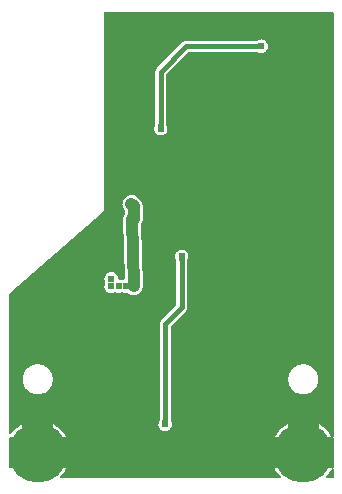
<source format=gbl>
G04 Layer: BottomLayer*
G04 EasyEDA v6.5.54, 2026-02-02 14:17:09*
G04 bcfb6501049744fd9474f124fab8c73b,b56bf7277742442884ecbff68b5c164c,10*
G04 Gerber Generator version 0.2*
G04 Scale: 100 percent, Rotated: No, Reflected: No *
G04 Dimensions in millimeters *
G04 leading zeros omitted , absolute positions ,4 integer and 5 decimal *
%FSLAX45Y45*%
%MOMM*%

%ADD10C,1.0000*%
%ADD11C,0.4000*%
%ADD12C,5.0000*%
%ADD13C,0.6200*%
%ADD14C,0.0107*%

%LPD*%
G36*
X145491Y25908D02*
G01*
X141630Y26670D01*
X138328Y28905D01*
X136144Y32156D01*
X135331Y36068D01*
X135331Y109931D01*
X36068Y109931D01*
X32156Y110744D01*
X28905Y112928D01*
X26670Y116230D01*
X25908Y120091D01*
X25908Y362508D01*
X26670Y366369D01*
X28905Y369671D01*
X32156Y371856D01*
X36068Y372668D01*
X135331Y372668D01*
X135331Y483666D01*
X128727Y480212D01*
X109220Y467868D01*
X90830Y453898D01*
X73660Y438404D01*
X57861Y421589D01*
X44043Y404164D01*
X40843Y401472D01*
X36830Y400304D01*
X32715Y400862D01*
X29159Y402996D01*
X26771Y406400D01*
X25908Y410464D01*
X25908Y1583588D01*
X26822Y1587754D01*
X29362Y1591208D01*
X816813Y2280158D01*
X820115Y2283612D01*
X823772Y2289860D01*
X825195Y2293924D01*
X826008Y2300579D01*
X826008Y3963924D01*
X826769Y3967835D01*
X829005Y3971086D01*
X832256Y3973322D01*
X836168Y3974084D01*
X2764028Y3974084D01*
X2767939Y3973322D01*
X2771190Y3971086D01*
X2773426Y3967835D01*
X2774188Y3963924D01*
X2774188Y381152D01*
X2773273Y376885D01*
X2770632Y373430D01*
X2767939Y371856D01*
X2771190Y369671D01*
X2773426Y366369D01*
X2774188Y362508D01*
X2774188Y120091D01*
X2773426Y116230D01*
X2771190Y112928D01*
X2767736Y110693D01*
X2770632Y109169D01*
X2773273Y105714D01*
X2774188Y101447D01*
X2774188Y36068D01*
X2773426Y32156D01*
X2771190Y28905D01*
X2767939Y26670D01*
X2764028Y25908D01*
X2713532Y25908D01*
X2709621Y26670D01*
X2706319Y28905D01*
X2704084Y32207D01*
X2703372Y36118D01*
X2704185Y40030D01*
X2706420Y43332D01*
X2715717Y52425D01*
X2730804Y69900D01*
X2744368Y88595D01*
X2755341Y106680D01*
X2758592Y109931D01*
X2645918Y109931D01*
X2645918Y36068D01*
X2645156Y32156D01*
X2642971Y28905D01*
X2639669Y26670D01*
X2635758Y25908D01*
X2393391Y25908D01*
X2389530Y26670D01*
X2386228Y28905D01*
X2383993Y32156D01*
X2383231Y36068D01*
X2383231Y109931D01*
X2272233Y109931D01*
X2278583Y98399D01*
X2291384Y79146D01*
X2305710Y61010D01*
X2321560Y44196D01*
X2324557Y40386D01*
X2325522Y36423D01*
X2324862Y32410D01*
X2322677Y29006D01*
X2319324Y26720D01*
X2315362Y25908D01*
X465632Y25908D01*
X461721Y26670D01*
X458419Y28905D01*
X456234Y32207D01*
X455472Y36118D01*
X456285Y40030D01*
X458520Y43332D01*
X467817Y52425D01*
X482904Y69900D01*
X496519Y88595D01*
X509270Y109931D01*
X398068Y109931D01*
X398068Y36068D01*
X397256Y32156D01*
X395071Y28905D01*
X391769Y26670D01*
X387908Y25908D01*
G37*

%LPC*%
G36*
X2272233Y372668D02*
G01*
X2383231Y372668D01*
X2383231Y483666D01*
X2376627Y480212D01*
X2357120Y467868D01*
X2338730Y453898D01*
X2321560Y438404D01*
X2305710Y421589D01*
X2291384Y403453D01*
X2278583Y384200D01*
G37*
G36*
X398068Y372668D02*
G01*
X509270Y372668D01*
X496519Y394004D01*
X482904Y412648D01*
X467817Y430174D01*
X451307Y446328D01*
X433527Y461060D01*
X414528Y474268D01*
X398068Y483768D01*
G37*
G36*
X2645918Y372668D02*
G01*
X2758592Y372668D01*
X2755341Y375920D01*
X2744368Y394004D01*
X2730804Y412648D01*
X2715717Y430174D01*
X2699207Y446328D01*
X2681376Y461060D01*
X2662428Y474268D01*
X2645918Y483768D01*
G37*
G36*
X1348638Y425754D02*
G01*
X1358188Y427024D01*
X1367383Y429818D01*
X1376019Y434187D01*
X1383792Y439928D01*
X1390446Y446887D01*
X1395831Y454863D01*
X1399844Y463651D01*
X1402232Y472998D01*
X1403096Y482600D01*
X1402232Y492201D01*
X1399844Y501548D01*
X1395476Y510895D01*
X1393850Y515061D01*
X1392123Y527507D01*
X1392123Y1310284D01*
X1392885Y1314145D01*
X1395069Y1317447D01*
X1519580Y1442008D01*
X1524914Y1449070D01*
X1528673Y1456639D01*
X1530959Y1464767D01*
X1531823Y1473657D01*
X1531823Y1860092D01*
X1533550Y1872538D01*
X1539544Y1886051D01*
X1541932Y1895398D01*
X1542796Y1905000D01*
X1541932Y1914601D01*
X1539544Y1923948D01*
X1535531Y1932736D01*
X1530146Y1940712D01*
X1523492Y1947672D01*
X1515719Y1953412D01*
X1507083Y1957781D01*
X1497888Y1960575D01*
X1488338Y1961845D01*
X1478686Y1961388D01*
X1469237Y1959356D01*
X1460296Y1955800D01*
X1452067Y1950720D01*
X1444853Y1944370D01*
X1438757Y1936851D01*
X1434084Y1928418D01*
X1430883Y1919325D01*
X1429258Y1909825D01*
X1429258Y1900174D01*
X1430883Y1890674D01*
X1434084Y1881581D01*
X1437030Y1876298D01*
X1438198Y1872843D01*
X1439976Y1860092D01*
X1439976Y1496415D01*
X1439214Y1492554D01*
X1437030Y1489252D01*
X1312519Y1364691D01*
X1307185Y1357630D01*
X1303426Y1350060D01*
X1301140Y1341932D01*
X1300276Y1333042D01*
X1300276Y527507D01*
X1298498Y514756D01*
X1297330Y511301D01*
X1294384Y506018D01*
X1291183Y496925D01*
X1289558Y487426D01*
X1289558Y477774D01*
X1291183Y468274D01*
X1294384Y459181D01*
X1299057Y450748D01*
X1305153Y443230D01*
X1312367Y436880D01*
X1320596Y431800D01*
X1329537Y428243D01*
X1338986Y426212D01*
G37*
G36*
X266700Y736092D02*
G01*
X282092Y737057D01*
X297230Y739800D01*
X311912Y744372D01*
X325932Y750722D01*
X339140Y758698D01*
X351231Y768146D01*
X362102Y779068D01*
X371602Y791159D01*
X379577Y804367D01*
X385927Y818388D01*
X390499Y833069D01*
X393242Y848207D01*
X394208Y863600D01*
X393242Y878941D01*
X390499Y894130D01*
X385927Y908812D01*
X379577Y922832D01*
X371602Y936040D01*
X362102Y948131D01*
X351231Y959002D01*
X339140Y968502D01*
X325932Y976477D01*
X311912Y982776D01*
X297230Y987399D01*
X282092Y990142D01*
X266700Y991108D01*
X251307Y990142D01*
X236169Y987399D01*
X221488Y982776D01*
X207467Y976477D01*
X194259Y968502D01*
X182168Y959002D01*
X171297Y948131D01*
X161798Y936040D01*
X153822Y922832D01*
X147472Y908812D01*
X142900Y894130D01*
X140157Y878941D01*
X139192Y863600D01*
X140157Y848207D01*
X142900Y833069D01*
X147472Y818388D01*
X153822Y804367D01*
X161798Y791159D01*
X171297Y779068D01*
X182168Y768146D01*
X194259Y758698D01*
X207467Y750722D01*
X221488Y744372D01*
X236169Y739800D01*
X251307Y737057D01*
G37*
G36*
X2514600Y736092D02*
G01*
X2529941Y737057D01*
X2545080Y739800D01*
X2559812Y744372D01*
X2573832Y750722D01*
X2587040Y758698D01*
X2599131Y768146D01*
X2610002Y779068D01*
X2619502Y791159D01*
X2627477Y804367D01*
X2633776Y818388D01*
X2638399Y833069D01*
X2641142Y848207D01*
X2642108Y863600D01*
X2641142Y878941D01*
X2638399Y894130D01*
X2633776Y908812D01*
X2627477Y922832D01*
X2619502Y936040D01*
X2610002Y948131D01*
X2599131Y959002D01*
X2587040Y968502D01*
X2573832Y976477D01*
X2559812Y982776D01*
X2545080Y987399D01*
X2529941Y990142D01*
X2514600Y991108D01*
X2499207Y990142D01*
X2484069Y987399D01*
X2469388Y982776D01*
X2455367Y976477D01*
X2442159Y968502D01*
X2430068Y959002D01*
X2419146Y948131D01*
X2409698Y936040D01*
X2401722Y922832D01*
X2395372Y908812D01*
X2390800Y894130D01*
X2388057Y878941D01*
X2387092Y863600D01*
X2388057Y848207D01*
X2390800Y833069D01*
X2395372Y818388D01*
X2401722Y804367D01*
X2409698Y791159D01*
X2419146Y779068D01*
X2430068Y768146D01*
X2442159Y758698D01*
X2455367Y750722D01*
X2469388Y744372D01*
X2484069Y739800D01*
X2499207Y737057D01*
G37*
G36*
X1075537Y1575206D02*
G01*
X1086866Y1575460D01*
X1098042Y1577441D01*
X1108760Y1580997D01*
X1118870Y1586128D01*
X1128115Y1592732D01*
X1136243Y1600657D01*
X1143152Y1609648D01*
X1148588Y1619605D01*
X1152499Y1630273D01*
X1154785Y1641348D01*
X1155395Y1653082D01*
X1143660Y2179370D01*
X1144016Y2182114D01*
X1145032Y2184704D01*
X1147876Y2189581D01*
X1151991Y2200148D01*
X1154531Y2211171D01*
X1155395Y2222855D01*
X1155344Y2332278D01*
X1154531Y2341118D01*
X1154125Y2343556D01*
X1151991Y2352192D01*
X1151229Y2354529D01*
X1147826Y2362708D01*
X1146708Y2364943D01*
X1142085Y2372563D01*
X1135024Y2381402D01*
X1114552Y2401925D01*
X1105662Y2409596D01*
X1096060Y2415590D01*
X1085646Y2420162D01*
X1074724Y2423058D01*
X1063447Y2424328D01*
X1052118Y2423922D01*
X1040942Y2421839D01*
X1030274Y2418080D01*
X1020216Y2412746D01*
X1011123Y2406040D01*
X1003096Y2398014D01*
X996340Y2388870D01*
X991057Y2378862D01*
X987298Y2368143D01*
X985215Y2357018D01*
X984758Y2345690D01*
X986028Y2334412D01*
X988974Y2323439D01*
X993495Y2313076D01*
X999540Y2303475D01*
X1001115Y2301646D01*
X1002944Y2298547D01*
X1003604Y2294991D01*
X1003604Y2267204D01*
X1003300Y2264714D01*
X1002334Y2262327D01*
X997712Y2253894D01*
X993800Y2243226D01*
X991514Y2232152D01*
X990904Y2220417D01*
X1002182Y1713636D01*
X1001471Y1709623D01*
X999236Y1706219D01*
X995832Y1703933D01*
X986282Y1699920D01*
X982878Y1699818D01*
X979576Y1700784D01*
X973683Y1703781D01*
X964488Y1706575D01*
X954481Y1707896D01*
X951179Y1708861D01*
X948436Y1710943D01*
X946505Y1713788D01*
X945642Y1717090D01*
X945032Y1724101D01*
X942644Y1733448D01*
X938631Y1742236D01*
X933246Y1750212D01*
X926592Y1757172D01*
X918819Y1762912D01*
X910183Y1767281D01*
X900988Y1770075D01*
X891438Y1771345D01*
X881786Y1770888D01*
X872337Y1768856D01*
X863396Y1765300D01*
X855167Y1760220D01*
X847953Y1753870D01*
X841857Y1746351D01*
X837184Y1737918D01*
X833983Y1728825D01*
X832358Y1719325D01*
X832358Y1709674D01*
X833983Y1700174D01*
X837184Y1691081D01*
X839063Y1687728D01*
X840181Y1684477D01*
X840181Y1681022D01*
X839063Y1677771D01*
X837184Y1674418D01*
X833983Y1665325D01*
X832358Y1655825D01*
X832358Y1646174D01*
X833983Y1636674D01*
X837184Y1627581D01*
X841857Y1619148D01*
X847953Y1611630D01*
X855167Y1605280D01*
X863396Y1600200D01*
X872337Y1596644D01*
X881786Y1594612D01*
X891438Y1594154D01*
X900988Y1595424D01*
X910183Y1598218D01*
X916076Y1601216D01*
X919378Y1602181D01*
X922782Y1602079D01*
X926896Y1600200D01*
X935837Y1596644D01*
X945286Y1594612D01*
X954938Y1594154D01*
X964488Y1595424D01*
X973683Y1598218D01*
X979576Y1601216D01*
X982878Y1602181D01*
X986282Y1602079D01*
X990396Y1600200D01*
X999337Y1596644D01*
X1008786Y1594612D01*
X1018438Y1594154D01*
X1023569Y1594815D01*
X1027836Y1594459D01*
X1031595Y1592376D01*
X1033526Y1590649D01*
X1043025Y1584452D01*
X1053338Y1579778D01*
X1064260Y1576679D01*
G37*
G36*
X1310538Y2927654D02*
G01*
X1320088Y2928924D01*
X1329283Y2931718D01*
X1337919Y2936087D01*
X1345692Y2941828D01*
X1352346Y2948787D01*
X1357731Y2956763D01*
X1361744Y2965551D01*
X1364132Y2974898D01*
X1364996Y2984500D01*
X1364132Y2994101D01*
X1361744Y3003448D01*
X1357376Y3012795D01*
X1355750Y3016961D01*
X1354023Y3029407D01*
X1354023Y3443884D01*
X1354785Y3447745D01*
X1356969Y3451047D01*
X1540052Y3634130D01*
X1543354Y3636314D01*
X1547215Y3637076D01*
X2114092Y3637076D01*
X2126843Y3635298D01*
X2130653Y3633927D01*
X2133396Y3632200D01*
X2142337Y3628644D01*
X2151786Y3626612D01*
X2161438Y3626154D01*
X2170988Y3627424D01*
X2180183Y3630218D01*
X2188819Y3634587D01*
X2196592Y3640328D01*
X2203246Y3647287D01*
X2208631Y3655263D01*
X2212644Y3664051D01*
X2215032Y3673398D01*
X2215896Y3683000D01*
X2215032Y3692601D01*
X2212644Y3701948D01*
X2208631Y3710736D01*
X2203246Y3718712D01*
X2196592Y3725672D01*
X2188819Y3731412D01*
X2180183Y3735781D01*
X2170988Y3738575D01*
X2161438Y3739845D01*
X2151786Y3739387D01*
X2142337Y3737356D01*
X2133396Y3733800D01*
X2130653Y3732072D01*
X2126843Y3730701D01*
X2114092Y3728923D01*
X1522222Y3728872D01*
X1513484Y3727653D01*
X1505458Y3724960D01*
X1498092Y3720846D01*
X1491183Y3715105D01*
X1274419Y3498291D01*
X1269085Y3491229D01*
X1265326Y3483660D01*
X1263040Y3475532D01*
X1262176Y3466642D01*
X1262176Y3029407D01*
X1260398Y3016656D01*
X1259230Y3013202D01*
X1256284Y3007918D01*
X1253083Y2998825D01*
X1251458Y2989326D01*
X1251458Y2979674D01*
X1253083Y2970174D01*
X1256284Y2961081D01*
X1260957Y2952648D01*
X1267053Y2945130D01*
X1274267Y2938780D01*
X1282496Y2933700D01*
X1291437Y2930144D01*
X1300886Y2928112D01*
G37*

%LPD*%
G36*
X1462633Y1884476D02*
G01*
X1465884Y1862785D01*
X1505915Y1862785D01*
X1509166Y1884476D01*
G37*
G36*
X1326184Y524814D02*
G01*
X1322933Y503123D01*
X1369466Y503123D01*
X1366215Y524814D01*
G37*
G36*
X1288084Y3026714D02*
G01*
X1284833Y3005023D01*
X1331366Y3005023D01*
X1328115Y3026714D01*
G37*
G36*
X2138476Y3706266D02*
G01*
X2116785Y3703015D01*
X2116785Y3662984D01*
X2138476Y3659733D01*
G37*
D10*
X1079500Y1651000D02*
G01*
X1066797Y2222497D01*
X1079500Y2222500D02*
G01*
X1079500Y2329624D01*
X1060602Y2348522D01*
D11*
X1308100Y2984500D02*
G01*
X1308100Y3467100D01*
X1524000Y3683000D01*
X2159000Y3683000D01*
X1485900Y1905000D02*
G01*
X1485900Y1473200D01*
X1346200Y1333500D01*
X1346200Y482600D01*
D12*
G01*
X2514594Y241300D03*
G01*
X266700Y241300D03*
D13*
G01*
X1778000Y2400300D03*
G01*
X2108200Y2413000D03*
G01*
X2425700Y2438400D03*
G01*
X1485900Y2463800D03*
G01*
X1485900Y1905000D03*
G01*
X1346200Y482600D03*
G01*
X2635402Y2755595D03*
G01*
X2667000Y2857500D03*
G01*
X2667000Y2984500D03*
G01*
X2667000Y3111500D03*
G01*
X2667000Y3238500D03*
G01*
X2667000Y3365500D03*
G01*
X2667000Y3492500D03*
G01*
X2667000Y3619500D03*
G01*
X2667000Y3746500D03*
G01*
X2667000Y3873500D03*
G01*
X2540000Y3873500D03*
G01*
X2413000Y3873500D03*
G01*
X2286000Y3873500D03*
G01*
X2159000Y3873500D03*
G01*
X2032000Y3873500D03*
G01*
X1905000Y3873500D03*
G01*
X1714500Y3873500D03*
G01*
X1587500Y3873500D03*
G01*
X1333500Y3873500D03*
G01*
X1206500Y3873500D03*
G01*
X1079500Y3873500D03*
G01*
X1016000Y3810000D03*
G01*
X889000Y3810000D03*
G01*
X952500Y3873500D03*
G01*
X889000Y3683000D03*
G01*
X889000Y3556000D03*
G01*
X952500Y3746500D03*
G01*
X1308100Y2984500D03*
G01*
X2159000Y3683000D03*
G01*
X889000Y1714500D03*
G01*
X889000Y1651000D03*
G01*
X952500Y1651000D03*
G01*
X1016000Y1651000D03*
G01*
X1079500Y1651000D03*
G01*
X1079500Y2222500D03*
G01*
X889000Y3429000D03*
G01*
X889000Y3302000D03*
G01*
X889000Y3175000D03*
G01*
X889000Y3048000D03*
G01*
X889000Y2921000D03*
G01*
X889000Y2794000D03*
G01*
X889000Y2667000D03*
G01*
X127000Y1587500D03*
G01*
X203200Y1651000D03*
G01*
X279400Y1714500D03*
G01*
X355600Y1778000D03*
G01*
X431800Y1841500D03*
G01*
X508000Y1905000D03*
G01*
X584200Y1968500D03*
G01*
X952497Y1904994D03*
G01*
X1168397Y2158994D03*
G01*
X888997Y2158994D03*
G01*
X1346197Y2133594D03*
G01*
X1142997Y1523997D03*
G01*
X1269997Y1650997D03*
G01*
X1206497Y1904994D03*
G01*
X1333497Y1904994D03*
G01*
X2667000Y1905000D03*
G01*
X2667000Y1778000D03*
G01*
X2667000Y1651000D03*
G01*
X2667000Y1524000D03*
G01*
X2667000Y1397000D03*
G01*
X2667000Y1079500D03*
G01*
X2667000Y1206500D03*
G01*
X2603500Y1143000D03*
G01*
X2540000Y1079500D03*
G01*
X2603500Y1333500D03*
G01*
X2540000Y1397000D03*
G01*
X2603500Y1460500D03*
G01*
X2476500Y1460500D03*
G01*
X2476500Y1333500D03*
G01*
X127000Y1460500D03*
G01*
X127000Y1333500D03*
G01*
X127000Y1206500D03*
G01*
X127000Y1079500D03*
G01*
X190500Y1143000D03*
G01*
X190500Y1270000D03*
G01*
X190500Y1397000D03*
G01*
X254000Y1460500D03*
G01*
X254000Y1333500D03*
G01*
X254000Y1206500D03*
G01*
X254000Y1079500D03*
G01*
X2222500Y127000D03*
G01*
X2222500Y254000D03*
G01*
X2222500Y381000D03*
G01*
X2222500Y508000D03*
G01*
X2222500Y635000D03*
G01*
X2286000Y698500D03*
G01*
X1295400Y2501900D03*
G01*
X1060602Y2348509D03*
G01*
X1124305Y317500D03*
G01*
X1689100Y1562100D03*
G01*
X1460500Y3873500D03*
G01*
X127000Y571500D03*
G01*
X190500Y634997D03*
G01*
X254000Y571500D03*
G01*
X317500Y634997D03*
G01*
X381000Y571500D03*
G01*
X444500Y634997D03*
G01*
X508000Y698497D03*
G01*
X444500Y825497D03*
G01*
X508000Y888997D03*
G01*
X444500Y1015997D03*
G01*
X508000Y1079497D03*
G01*
X444500Y1142997D03*
M02*

</source>
